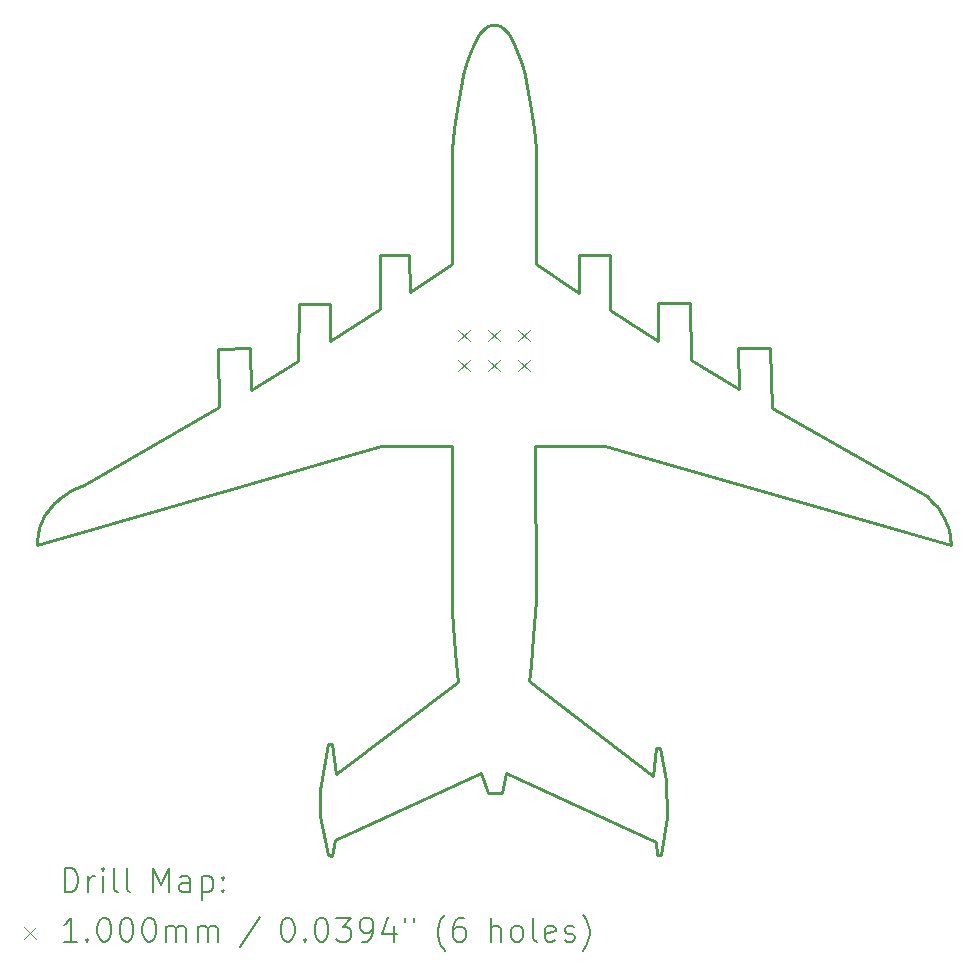
<source format=gbr>
%FSLAX45Y45*%
G04 Gerber Fmt 4.5, Leading zero omitted, Abs format (unit mm)*
G04 Created by KiCad (PCBNEW (6.99.0-2103-gdc6c27b686)) date 2022-06-22 12:37:14*
%MOMM*%
%LPD*%
G01*
G04 APERTURE LIST*
%TA.AperFunction,Profile*%
%ADD10C,0.264583*%
%TD*%
%ADD11C,0.200000*%
%ADD12C,0.100000*%
G04 APERTURE END LIST*
D10*
X12810316Y-9050129D02*
X9905683Y-9888379D01*
X12810316Y-9050129D02*
X12810316Y-9050129D01*
X13417421Y-9050129D02*
X12810316Y-9050129D01*
X13417421Y-9050129D02*
X13417421Y-9050129D01*
X13417421Y-10361809D02*
X13417421Y-9050129D01*
X13417421Y-10361809D02*
X13417421Y-10361809D01*
X13417525Y-10407136D02*
X13417421Y-10361809D01*
X13418776Y-10456811D02*
X13417525Y-10407136D01*
X13424079Y-10565193D02*
X13418776Y-10456811D01*
X13432058Y-10678927D02*
X13424079Y-10565193D01*
X13441441Y-10789985D02*
X13432058Y-10678927D01*
X13459325Y-10971960D02*
X13441441Y-10789985D01*
X13467549Y-11046890D02*
X13459325Y-10971960D01*
X13467549Y-11046890D02*
X13467549Y-11046890D01*
X12437142Y-11821088D02*
X13467549Y-11046890D01*
X12437142Y-11821088D02*
X12437142Y-11821088D01*
X12403724Y-11573233D02*
X12437142Y-11821088D01*
X12403724Y-11573233D02*
X12403724Y-11573233D01*
X12364735Y-11573233D02*
X12403724Y-11573233D01*
X12364735Y-11573233D02*
X12364735Y-11573233D01*
X12300683Y-11957547D02*
X12364735Y-11573233D01*
X12300683Y-11957547D02*
X12300683Y-11957547D01*
X12300683Y-12180338D02*
X12300683Y-11957547D01*
X12300683Y-12180338D02*
X12300683Y-12180338D01*
X12364735Y-12514524D02*
X12300683Y-12180338D01*
X12364735Y-12514524D02*
X12364735Y-12514524D01*
X12400939Y-12517308D02*
X12364735Y-12514524D01*
X12400939Y-12517308D02*
X12400939Y-12517308D01*
X12423218Y-12386419D02*
X12400939Y-12517308D01*
X12423218Y-12386419D02*
X12423218Y-12386419D01*
X13659706Y-11812734D02*
X12423218Y-12386419D01*
X13659706Y-11812734D02*
X13659706Y-11812734D01*
X13720973Y-11988182D02*
X13659706Y-11812734D01*
X13720973Y-11988182D02*
X13720973Y-11988182D01*
X13837938Y-11985397D02*
X13720973Y-11988182D01*
X13837938Y-11985397D02*
X13837938Y-11985397D01*
X13876927Y-11812734D02*
X13837938Y-11985397D01*
X13876927Y-11812734D02*
X13876927Y-11812734D01*
X15141264Y-12400344D02*
X13876927Y-11812734D01*
X15141264Y-12400344D02*
X15141264Y-12400344D01*
X15149618Y-12511739D02*
X15141264Y-12400344D01*
X15149618Y-12511739D02*
X15149618Y-12511739D01*
X15185822Y-12508954D02*
X15149618Y-12511739D01*
X15185822Y-12508954D02*
X15185822Y-12508954D01*
X15235950Y-12188693D02*
X15185822Y-12508954D01*
X15235950Y-12188693D02*
X15235950Y-12188693D01*
X15230380Y-11879570D02*
X15235950Y-12188693D01*
X15230380Y-11879570D02*
X15230380Y-11879570D01*
X15174682Y-11603867D02*
X15230380Y-11879570D01*
X15174682Y-11603867D02*
X15174682Y-11603867D01*
X15141264Y-11603867D02*
X15174682Y-11603867D01*
X15141264Y-11603867D02*
X15141264Y-11603867D01*
X15116200Y-11837798D02*
X15141264Y-11603867D01*
X15116200Y-11837798D02*
X15116200Y-11837798D01*
X14069084Y-11035751D02*
X15116200Y-11837798D01*
X14069084Y-11035751D02*
X14069084Y-11035751D01*
X14076394Y-10981647D02*
X14069084Y-11035751D01*
X14085271Y-10892721D02*
X14076394Y-10981647D01*
X14104591Y-10662229D02*
X14085271Y-10892721D01*
X14127566Y-10353454D02*
X14104591Y-10662229D01*
X14127566Y-10353454D02*
X14127566Y-10353454D01*
X14121997Y-9044559D02*
X14127566Y-10353454D01*
X14121997Y-9044559D02*
X14121997Y-9044559D01*
X14712392Y-9050129D02*
X14121997Y-9044559D01*
X14712392Y-9050129D02*
X14712392Y-9050129D01*
X17636520Y-9888379D02*
X14712392Y-9050129D01*
X17636520Y-9888379D02*
X17636520Y-9888379D01*
X17636427Y-9864646D02*
X17636520Y-9888379D01*
X17635155Y-9841497D02*
X17636427Y-9864646D01*
X17632781Y-9818940D02*
X17635155Y-9841497D01*
X17629384Y-9796989D02*
X17632781Y-9818940D01*
X17625040Y-9775653D02*
X17629384Y-9796989D01*
X17619827Y-9754945D02*
X17625040Y-9775653D01*
X17613823Y-9734875D02*
X17619827Y-9754945D01*
X17607105Y-9715455D02*
X17613823Y-9734875D01*
X17599750Y-9696695D02*
X17607105Y-9715455D01*
X17591837Y-9678608D02*
X17599750Y-9696695D01*
X17583442Y-9661204D02*
X17591837Y-9678608D01*
X17574644Y-9644495D02*
X17583442Y-9661204D01*
X17565519Y-9628491D02*
X17574644Y-9644495D01*
X17556145Y-9613204D02*
X17565519Y-9628491D01*
X17546600Y-9598645D02*
X17556145Y-9613204D01*
X17536961Y-9584826D02*
X17546600Y-9598645D01*
X17517711Y-9559451D02*
X17536961Y-9584826D01*
X17499017Y-9537168D02*
X17517711Y-9559451D01*
X17481497Y-9518066D02*
X17499017Y-9537168D01*
X17465772Y-9502237D02*
X17481497Y-9518066D01*
X17452462Y-9489769D02*
X17465772Y-9502237D01*
X17442188Y-9480752D02*
X17452462Y-9489769D01*
X17433224Y-9473431D02*
X17442188Y-9480752D01*
X17433224Y-9473431D02*
X17433224Y-9473431D01*
X16121543Y-8724297D02*
X17433224Y-9473431D01*
X16121543Y-8724297D02*
X16121543Y-8724297D01*
X16107619Y-8214663D02*
X16121543Y-8724297D01*
X16107619Y-8214663D02*
X16107619Y-8214663D01*
X15837485Y-8217448D02*
X16107619Y-8214663D01*
X15837485Y-8217448D02*
X15837485Y-8217448D01*
X15843055Y-8568343D02*
X15837485Y-8217448D01*
X15843055Y-8568343D02*
X15843055Y-8568343D01*
X15436461Y-8323273D02*
X15843055Y-8568343D01*
X15436461Y-8323273D02*
X15436461Y-8323273D01*
X15430892Y-7835919D02*
X15436461Y-8323273D01*
X15430892Y-7835919D02*
X15430892Y-7835919D01*
X15157973Y-7835919D02*
X15430892Y-7835919D01*
X15157973Y-7835919D02*
X15157973Y-7835919D01*
X15160758Y-8161750D02*
X15157973Y-7835919D01*
X15160758Y-8161750D02*
X15160758Y-8161750D01*
X14754165Y-7894401D02*
X15160758Y-8161750D01*
X14754165Y-7894401D02*
X14754165Y-7894401D01*
X14751380Y-7434895D02*
X14754165Y-7894401D01*
X14751380Y-7434895D02*
X14751380Y-7434895D01*
X14486816Y-7434895D02*
X14751380Y-7434895D01*
X14486816Y-7434895D02*
X14486816Y-7434895D01*
X14486816Y-7752372D02*
X14486816Y-7434895D01*
X14486816Y-7752372D02*
X14486816Y-7752372D01*
X14124781Y-7507302D02*
X14486816Y-7752372D01*
X14124781Y-7507302D02*
X14124781Y-7507302D01*
X14124781Y-6527023D02*
X14124781Y-7507302D01*
X14124781Y-6527023D02*
X14124781Y-6527023D01*
X14108289Y-6364238D02*
X14124781Y-6527023D01*
X14085570Y-6197324D02*
X14108289Y-6364238D01*
X14069977Y-6103153D02*
X14085570Y-6197324D01*
X14051330Y-6005902D02*
X14069977Y-6103153D01*
X14029451Y-5908618D02*
X14051330Y-6005902D01*
X14004166Y-5814348D02*
X14029451Y-5908618D01*
X13975299Y-5726141D02*
X14004166Y-5814348D01*
X13942675Y-5647043D02*
X13975299Y-5726141D01*
X13924900Y-5611863D02*
X13942675Y-5647043D01*
X13906119Y-5580102D02*
X13924900Y-5611863D01*
X13886311Y-5552142D02*
X13906119Y-5580102D01*
X13865455Y-5528365D02*
X13886311Y-5552142D01*
X13843527Y-5509150D02*
X13865455Y-5528365D01*
X13820507Y-5494879D02*
X13843527Y-5509150D01*
X13796372Y-5485932D02*
X13820507Y-5494879D01*
X13771100Y-5482692D02*
X13796372Y-5485932D01*
X13771100Y-5482692D02*
X13771100Y-5482692D01*
X13745821Y-5485450D02*
X13771100Y-5482692D01*
X13721663Y-5493992D02*
X13745821Y-5485450D01*
X13698605Y-5507932D02*
X13721663Y-5493992D01*
X13676627Y-5526885D02*
X13698605Y-5507932D01*
X13655707Y-5550467D02*
X13676627Y-5526885D01*
X13635825Y-5578291D02*
X13655707Y-5550467D01*
X13616960Y-5609973D02*
X13635825Y-5578291D01*
X13599090Y-5645129D02*
X13616960Y-5609973D01*
X13566256Y-5724319D02*
X13599090Y-5645129D01*
X13537154Y-5812782D02*
X13566256Y-5724319D01*
X13511618Y-5907437D02*
X13537154Y-5812782D01*
X13489479Y-6005205D02*
X13511618Y-5907437D01*
X13470572Y-6103006D02*
X13489479Y-6005205D01*
X13454728Y-6197759D02*
X13470572Y-6103006D01*
X13431563Y-6365804D02*
X13454728Y-6197759D01*
X13414636Y-6529808D02*
X13431563Y-6365804D01*
X13414636Y-6529808D02*
X13414636Y-6529808D01*
X13414636Y-7504517D02*
X13414636Y-6529808D01*
X13414636Y-7504517D02*
X13414636Y-7504517D01*
X13058171Y-7746802D02*
X13414636Y-7504517D01*
X13058171Y-7746802D02*
X13058171Y-7746802D01*
X13052601Y-7434895D02*
X13058171Y-7746802D01*
X13052601Y-7434895D02*
X13052601Y-7434895D01*
X12807531Y-7434895D02*
X13052601Y-7434895D01*
X12807531Y-7434895D02*
X12807531Y-7434895D01*
X12807531Y-7886046D02*
X12807531Y-7434895D01*
X12807531Y-7886046D02*
X12807531Y-7886046D01*
X12384229Y-8161750D02*
X12807531Y-7886046D01*
X12384229Y-8161750D02*
X12384229Y-8161750D01*
X12384229Y-7847058D02*
X12384229Y-8161750D01*
X12384229Y-7847058D02*
X12384229Y-7847058D01*
X12116880Y-7844273D02*
X12384229Y-7847058D01*
X12116880Y-7844273D02*
X12116880Y-7844273D01*
X12114095Y-8328843D02*
X12116880Y-7844273D01*
X12114095Y-8328843D02*
X12114095Y-8328843D01*
X11713072Y-8571128D02*
X12114095Y-8328843D01*
X11713072Y-8571128D02*
X11713072Y-8571128D01*
X11707502Y-8220233D02*
X11713072Y-8571128D01*
X11707502Y-8220233D02*
X11707502Y-8220233D01*
X11437369Y-8223018D02*
X11707502Y-8220233D01*
X11437369Y-8223018D02*
X11437369Y-8223018D01*
X11440154Y-8721512D02*
X11437369Y-8223018D01*
X11440154Y-8721512D02*
X11440154Y-8721512D01*
X10295566Y-9378745D02*
X11440154Y-8721512D01*
X10295566Y-9378745D02*
X10295566Y-9378745D01*
X10255244Y-9395888D02*
X10295566Y-9378745D01*
X10217758Y-9413840D02*
X10255244Y-9395888D01*
X10183005Y-9432512D02*
X10217758Y-9413840D01*
X10150883Y-9451815D02*
X10183005Y-9432512D01*
X10121290Y-9471661D02*
X10150883Y-9451815D01*
X10094124Y-9491961D02*
X10121290Y-9471661D01*
X10069284Y-9512626D02*
X10094124Y-9491961D01*
X10046667Y-9533567D02*
X10069284Y-9512626D01*
X10026172Y-9554696D02*
X10046667Y-9533567D01*
X10007695Y-9575924D02*
X10026172Y-9554696D01*
X9991136Y-9597161D02*
X10007695Y-9575924D01*
X9976393Y-9618321D02*
X9991136Y-9597161D01*
X9963362Y-9639313D02*
X9976393Y-9618321D01*
X9951943Y-9660049D02*
X9963362Y-9639313D01*
X9942034Y-9680441D02*
X9951943Y-9660049D01*
X9933532Y-9700399D02*
X9942034Y-9680441D01*
X9926335Y-9719835D02*
X9933532Y-9700399D01*
X9920341Y-9738660D02*
X9926335Y-9719835D01*
X9915449Y-9756785D02*
X9920341Y-9738660D01*
X9911557Y-9774122D02*
X9915449Y-9756785D01*
X9906363Y-9806076D02*
X9911557Y-9774122D01*
X9903942Y-9833812D02*
X9906363Y-9806076D01*
X9903480Y-9856620D02*
X9903942Y-9833812D01*
X9904160Y-9873791D02*
X9903480Y-9856620D01*
X9905683Y-9888379D02*
X9904160Y-9873791D01*
D11*
D12*
X13467500Y-8062500D02*
X13567500Y-8162500D01*
X13567500Y-8062500D02*
X13467500Y-8162500D01*
X13467500Y-8316500D02*
X13567500Y-8416500D01*
X13567500Y-8316500D02*
X13467500Y-8416500D01*
X13721500Y-8062500D02*
X13821500Y-8162500D01*
X13821500Y-8062500D02*
X13721500Y-8162500D01*
X13721500Y-8316500D02*
X13821500Y-8416500D01*
X13821500Y-8316500D02*
X13721500Y-8416500D01*
X13975500Y-8062500D02*
X14075500Y-8162500D01*
X14075500Y-8062500D02*
X13975500Y-8162500D01*
X13975500Y-8316500D02*
X14075500Y-8416500D01*
X14075500Y-8316500D02*
X13975500Y-8416500D01*
D11*
X10137870Y-12824014D02*
X10137870Y-12624014D01*
X10137870Y-12624014D02*
X10185489Y-12624014D01*
X10185489Y-12624014D02*
X10214060Y-12633538D01*
X10214060Y-12633538D02*
X10233108Y-12652585D01*
X10233108Y-12652585D02*
X10242632Y-12671633D01*
X10242632Y-12671633D02*
X10252155Y-12709728D01*
X10252155Y-12709728D02*
X10252155Y-12738299D01*
X10252155Y-12738299D02*
X10242632Y-12776395D01*
X10242632Y-12776395D02*
X10233108Y-12795442D01*
X10233108Y-12795442D02*
X10214060Y-12814490D01*
X10214060Y-12814490D02*
X10185489Y-12824014D01*
X10185489Y-12824014D02*
X10137870Y-12824014D01*
X10337870Y-12824014D02*
X10337870Y-12690680D01*
X10337870Y-12728776D02*
X10347393Y-12709728D01*
X10347393Y-12709728D02*
X10356917Y-12700204D01*
X10356917Y-12700204D02*
X10375965Y-12690680D01*
X10375965Y-12690680D02*
X10395013Y-12690680D01*
X10461679Y-12824014D02*
X10461679Y-12690680D01*
X10461679Y-12624014D02*
X10452155Y-12633538D01*
X10452155Y-12633538D02*
X10461679Y-12643061D01*
X10461679Y-12643061D02*
X10471203Y-12633538D01*
X10471203Y-12633538D02*
X10461679Y-12624014D01*
X10461679Y-12624014D02*
X10461679Y-12643061D01*
X10585489Y-12824014D02*
X10566441Y-12814490D01*
X10566441Y-12814490D02*
X10556917Y-12795442D01*
X10556917Y-12795442D02*
X10556917Y-12624014D01*
X10690251Y-12824014D02*
X10671203Y-12814490D01*
X10671203Y-12814490D02*
X10661679Y-12795442D01*
X10661679Y-12795442D02*
X10661679Y-12624014D01*
X10886441Y-12824014D02*
X10886441Y-12624014D01*
X10886441Y-12624014D02*
X10953108Y-12766871D01*
X10953108Y-12766871D02*
X11019774Y-12624014D01*
X11019774Y-12624014D02*
X11019774Y-12824014D01*
X11200727Y-12824014D02*
X11200727Y-12719252D01*
X11200727Y-12719252D02*
X11191203Y-12700204D01*
X11191203Y-12700204D02*
X11172155Y-12690680D01*
X11172155Y-12690680D02*
X11134060Y-12690680D01*
X11134060Y-12690680D02*
X11115012Y-12700204D01*
X11200727Y-12814490D02*
X11181679Y-12824014D01*
X11181679Y-12824014D02*
X11134060Y-12824014D01*
X11134060Y-12824014D02*
X11115012Y-12814490D01*
X11115012Y-12814490D02*
X11105489Y-12795442D01*
X11105489Y-12795442D02*
X11105489Y-12776395D01*
X11105489Y-12776395D02*
X11115012Y-12757347D01*
X11115012Y-12757347D02*
X11134060Y-12747823D01*
X11134060Y-12747823D02*
X11181679Y-12747823D01*
X11181679Y-12747823D02*
X11200727Y-12738299D01*
X11295965Y-12690680D02*
X11295965Y-12890680D01*
X11295965Y-12700204D02*
X11315012Y-12690680D01*
X11315012Y-12690680D02*
X11353108Y-12690680D01*
X11353108Y-12690680D02*
X11372155Y-12700204D01*
X11372155Y-12700204D02*
X11381679Y-12709728D01*
X11381679Y-12709728D02*
X11391203Y-12728776D01*
X11391203Y-12728776D02*
X11391203Y-12785918D01*
X11391203Y-12785918D02*
X11381679Y-12804966D01*
X11381679Y-12804966D02*
X11372155Y-12814490D01*
X11372155Y-12814490D02*
X11353108Y-12824014D01*
X11353108Y-12824014D02*
X11315012Y-12824014D01*
X11315012Y-12824014D02*
X11295965Y-12814490D01*
X11476917Y-12804966D02*
X11486441Y-12814490D01*
X11486441Y-12814490D02*
X11476917Y-12824014D01*
X11476917Y-12824014D02*
X11467393Y-12814490D01*
X11467393Y-12814490D02*
X11476917Y-12804966D01*
X11476917Y-12804966D02*
X11476917Y-12824014D01*
X11476917Y-12700204D02*
X11486441Y-12709728D01*
X11486441Y-12709728D02*
X11476917Y-12719252D01*
X11476917Y-12719252D02*
X11467393Y-12709728D01*
X11467393Y-12709728D02*
X11476917Y-12700204D01*
X11476917Y-12700204D02*
X11476917Y-12719252D01*
D12*
X9790251Y-13120538D02*
X9890251Y-13220538D01*
X9890251Y-13120538D02*
X9790251Y-13220538D01*
D11*
X10242632Y-13244014D02*
X10128346Y-13244014D01*
X10185489Y-13244014D02*
X10185489Y-13044014D01*
X10185489Y-13044014D02*
X10166441Y-13072585D01*
X10166441Y-13072585D02*
X10147393Y-13091633D01*
X10147393Y-13091633D02*
X10128346Y-13101157D01*
X10328346Y-13224966D02*
X10337870Y-13234490D01*
X10337870Y-13234490D02*
X10328346Y-13244014D01*
X10328346Y-13244014D02*
X10318822Y-13234490D01*
X10318822Y-13234490D02*
X10328346Y-13224966D01*
X10328346Y-13224966D02*
X10328346Y-13244014D01*
X10461679Y-13044014D02*
X10480727Y-13044014D01*
X10480727Y-13044014D02*
X10499774Y-13053538D01*
X10499774Y-13053538D02*
X10509298Y-13063061D01*
X10509298Y-13063061D02*
X10518822Y-13082109D01*
X10518822Y-13082109D02*
X10528346Y-13120204D01*
X10528346Y-13120204D02*
X10528346Y-13167823D01*
X10528346Y-13167823D02*
X10518822Y-13205918D01*
X10518822Y-13205918D02*
X10509298Y-13224966D01*
X10509298Y-13224966D02*
X10499774Y-13234490D01*
X10499774Y-13234490D02*
X10480727Y-13244014D01*
X10480727Y-13244014D02*
X10461679Y-13244014D01*
X10461679Y-13244014D02*
X10442632Y-13234490D01*
X10442632Y-13234490D02*
X10433108Y-13224966D01*
X10433108Y-13224966D02*
X10423584Y-13205918D01*
X10423584Y-13205918D02*
X10414060Y-13167823D01*
X10414060Y-13167823D02*
X10414060Y-13120204D01*
X10414060Y-13120204D02*
X10423584Y-13082109D01*
X10423584Y-13082109D02*
X10433108Y-13063061D01*
X10433108Y-13063061D02*
X10442632Y-13053538D01*
X10442632Y-13053538D02*
X10461679Y-13044014D01*
X10652155Y-13044014D02*
X10671203Y-13044014D01*
X10671203Y-13044014D02*
X10690251Y-13053538D01*
X10690251Y-13053538D02*
X10699774Y-13063061D01*
X10699774Y-13063061D02*
X10709298Y-13082109D01*
X10709298Y-13082109D02*
X10718822Y-13120204D01*
X10718822Y-13120204D02*
X10718822Y-13167823D01*
X10718822Y-13167823D02*
X10709298Y-13205918D01*
X10709298Y-13205918D02*
X10699774Y-13224966D01*
X10699774Y-13224966D02*
X10690251Y-13234490D01*
X10690251Y-13234490D02*
X10671203Y-13244014D01*
X10671203Y-13244014D02*
X10652155Y-13244014D01*
X10652155Y-13244014D02*
X10633108Y-13234490D01*
X10633108Y-13234490D02*
X10623584Y-13224966D01*
X10623584Y-13224966D02*
X10614060Y-13205918D01*
X10614060Y-13205918D02*
X10604536Y-13167823D01*
X10604536Y-13167823D02*
X10604536Y-13120204D01*
X10604536Y-13120204D02*
X10614060Y-13082109D01*
X10614060Y-13082109D02*
X10623584Y-13063061D01*
X10623584Y-13063061D02*
X10633108Y-13053538D01*
X10633108Y-13053538D02*
X10652155Y-13044014D01*
X10842632Y-13044014D02*
X10861679Y-13044014D01*
X10861679Y-13044014D02*
X10880727Y-13053538D01*
X10880727Y-13053538D02*
X10890251Y-13063061D01*
X10890251Y-13063061D02*
X10899774Y-13082109D01*
X10899774Y-13082109D02*
X10909298Y-13120204D01*
X10909298Y-13120204D02*
X10909298Y-13167823D01*
X10909298Y-13167823D02*
X10899774Y-13205918D01*
X10899774Y-13205918D02*
X10890251Y-13224966D01*
X10890251Y-13224966D02*
X10880727Y-13234490D01*
X10880727Y-13234490D02*
X10861679Y-13244014D01*
X10861679Y-13244014D02*
X10842632Y-13244014D01*
X10842632Y-13244014D02*
X10823584Y-13234490D01*
X10823584Y-13234490D02*
X10814060Y-13224966D01*
X10814060Y-13224966D02*
X10804536Y-13205918D01*
X10804536Y-13205918D02*
X10795013Y-13167823D01*
X10795013Y-13167823D02*
X10795013Y-13120204D01*
X10795013Y-13120204D02*
X10804536Y-13082109D01*
X10804536Y-13082109D02*
X10814060Y-13063061D01*
X10814060Y-13063061D02*
X10823584Y-13053538D01*
X10823584Y-13053538D02*
X10842632Y-13044014D01*
X10995013Y-13244014D02*
X10995013Y-13110680D01*
X10995013Y-13129728D02*
X11004536Y-13120204D01*
X11004536Y-13120204D02*
X11023584Y-13110680D01*
X11023584Y-13110680D02*
X11052155Y-13110680D01*
X11052155Y-13110680D02*
X11071203Y-13120204D01*
X11071203Y-13120204D02*
X11080727Y-13139252D01*
X11080727Y-13139252D02*
X11080727Y-13244014D01*
X11080727Y-13139252D02*
X11090251Y-13120204D01*
X11090251Y-13120204D02*
X11109298Y-13110680D01*
X11109298Y-13110680D02*
X11137870Y-13110680D01*
X11137870Y-13110680D02*
X11156917Y-13120204D01*
X11156917Y-13120204D02*
X11166441Y-13139252D01*
X11166441Y-13139252D02*
X11166441Y-13244014D01*
X11261679Y-13244014D02*
X11261679Y-13110680D01*
X11261679Y-13129728D02*
X11271203Y-13120204D01*
X11271203Y-13120204D02*
X11290251Y-13110680D01*
X11290251Y-13110680D02*
X11318822Y-13110680D01*
X11318822Y-13110680D02*
X11337870Y-13120204D01*
X11337870Y-13120204D02*
X11347393Y-13139252D01*
X11347393Y-13139252D02*
X11347393Y-13244014D01*
X11347393Y-13139252D02*
X11356917Y-13120204D01*
X11356917Y-13120204D02*
X11375965Y-13110680D01*
X11375965Y-13110680D02*
X11404536Y-13110680D01*
X11404536Y-13110680D02*
X11423584Y-13120204D01*
X11423584Y-13120204D02*
X11433108Y-13139252D01*
X11433108Y-13139252D02*
X11433108Y-13244014D01*
X11791203Y-13034490D02*
X11619774Y-13291633D01*
X12015965Y-13044014D02*
X12035013Y-13044014D01*
X12035013Y-13044014D02*
X12054060Y-13053538D01*
X12054060Y-13053538D02*
X12063584Y-13063061D01*
X12063584Y-13063061D02*
X12073108Y-13082109D01*
X12073108Y-13082109D02*
X12082632Y-13120204D01*
X12082632Y-13120204D02*
X12082632Y-13167823D01*
X12082632Y-13167823D02*
X12073108Y-13205918D01*
X12073108Y-13205918D02*
X12063584Y-13224966D01*
X12063584Y-13224966D02*
X12054060Y-13234490D01*
X12054060Y-13234490D02*
X12035013Y-13244014D01*
X12035013Y-13244014D02*
X12015965Y-13244014D01*
X12015965Y-13244014D02*
X11996917Y-13234490D01*
X11996917Y-13234490D02*
X11987393Y-13224966D01*
X11987393Y-13224966D02*
X11977870Y-13205918D01*
X11977870Y-13205918D02*
X11968346Y-13167823D01*
X11968346Y-13167823D02*
X11968346Y-13120204D01*
X11968346Y-13120204D02*
X11977870Y-13082109D01*
X11977870Y-13082109D02*
X11987393Y-13063061D01*
X11987393Y-13063061D02*
X11996917Y-13053538D01*
X11996917Y-13053538D02*
X12015965Y-13044014D01*
X12168346Y-13224966D02*
X12177870Y-13234490D01*
X12177870Y-13234490D02*
X12168346Y-13244014D01*
X12168346Y-13244014D02*
X12158822Y-13234490D01*
X12158822Y-13234490D02*
X12168346Y-13224966D01*
X12168346Y-13224966D02*
X12168346Y-13244014D01*
X12301679Y-13044014D02*
X12320727Y-13044014D01*
X12320727Y-13044014D02*
X12339774Y-13053538D01*
X12339774Y-13053538D02*
X12349298Y-13063061D01*
X12349298Y-13063061D02*
X12358822Y-13082109D01*
X12358822Y-13082109D02*
X12368346Y-13120204D01*
X12368346Y-13120204D02*
X12368346Y-13167823D01*
X12368346Y-13167823D02*
X12358822Y-13205918D01*
X12358822Y-13205918D02*
X12349298Y-13224966D01*
X12349298Y-13224966D02*
X12339774Y-13234490D01*
X12339774Y-13234490D02*
X12320727Y-13244014D01*
X12320727Y-13244014D02*
X12301679Y-13244014D01*
X12301679Y-13244014D02*
X12282632Y-13234490D01*
X12282632Y-13234490D02*
X12273108Y-13224966D01*
X12273108Y-13224966D02*
X12263584Y-13205918D01*
X12263584Y-13205918D02*
X12254060Y-13167823D01*
X12254060Y-13167823D02*
X12254060Y-13120204D01*
X12254060Y-13120204D02*
X12263584Y-13082109D01*
X12263584Y-13082109D02*
X12273108Y-13063061D01*
X12273108Y-13063061D02*
X12282632Y-13053538D01*
X12282632Y-13053538D02*
X12301679Y-13044014D01*
X12435013Y-13044014D02*
X12558822Y-13044014D01*
X12558822Y-13044014D02*
X12492155Y-13120204D01*
X12492155Y-13120204D02*
X12520727Y-13120204D01*
X12520727Y-13120204D02*
X12539774Y-13129728D01*
X12539774Y-13129728D02*
X12549298Y-13139252D01*
X12549298Y-13139252D02*
X12558822Y-13158299D01*
X12558822Y-13158299D02*
X12558822Y-13205918D01*
X12558822Y-13205918D02*
X12549298Y-13224966D01*
X12549298Y-13224966D02*
X12539774Y-13234490D01*
X12539774Y-13234490D02*
X12520727Y-13244014D01*
X12520727Y-13244014D02*
X12463584Y-13244014D01*
X12463584Y-13244014D02*
X12444536Y-13234490D01*
X12444536Y-13234490D02*
X12435013Y-13224966D01*
X12654060Y-13244014D02*
X12692155Y-13244014D01*
X12692155Y-13244014D02*
X12711203Y-13234490D01*
X12711203Y-13234490D02*
X12720727Y-13224966D01*
X12720727Y-13224966D02*
X12739774Y-13196395D01*
X12739774Y-13196395D02*
X12749298Y-13158299D01*
X12749298Y-13158299D02*
X12749298Y-13082109D01*
X12749298Y-13082109D02*
X12739774Y-13063061D01*
X12739774Y-13063061D02*
X12730251Y-13053538D01*
X12730251Y-13053538D02*
X12711203Y-13044014D01*
X12711203Y-13044014D02*
X12673108Y-13044014D01*
X12673108Y-13044014D02*
X12654060Y-13053538D01*
X12654060Y-13053538D02*
X12644536Y-13063061D01*
X12644536Y-13063061D02*
X12635013Y-13082109D01*
X12635013Y-13082109D02*
X12635013Y-13129728D01*
X12635013Y-13129728D02*
X12644536Y-13148776D01*
X12644536Y-13148776D02*
X12654060Y-13158299D01*
X12654060Y-13158299D02*
X12673108Y-13167823D01*
X12673108Y-13167823D02*
X12711203Y-13167823D01*
X12711203Y-13167823D02*
X12730251Y-13158299D01*
X12730251Y-13158299D02*
X12739774Y-13148776D01*
X12739774Y-13148776D02*
X12749298Y-13129728D01*
X12920727Y-13110680D02*
X12920727Y-13244014D01*
X12873108Y-13034490D02*
X12825489Y-13177347D01*
X12825489Y-13177347D02*
X12949298Y-13177347D01*
X13015965Y-13044014D02*
X13015965Y-13082109D01*
X13092155Y-13044014D02*
X13092155Y-13082109D01*
X13355013Y-13320204D02*
X13345489Y-13310680D01*
X13345489Y-13310680D02*
X13326441Y-13282109D01*
X13326441Y-13282109D02*
X13316917Y-13263061D01*
X13316917Y-13263061D02*
X13307394Y-13234490D01*
X13307394Y-13234490D02*
X13297870Y-13186871D01*
X13297870Y-13186871D02*
X13297870Y-13148776D01*
X13297870Y-13148776D02*
X13307394Y-13101157D01*
X13307394Y-13101157D02*
X13316917Y-13072585D01*
X13316917Y-13072585D02*
X13326441Y-13053538D01*
X13326441Y-13053538D02*
X13345489Y-13024966D01*
X13345489Y-13024966D02*
X13355013Y-13015442D01*
X13516917Y-13044014D02*
X13478822Y-13044014D01*
X13478822Y-13044014D02*
X13459774Y-13053538D01*
X13459774Y-13053538D02*
X13450251Y-13063061D01*
X13450251Y-13063061D02*
X13431203Y-13091633D01*
X13431203Y-13091633D02*
X13421679Y-13129728D01*
X13421679Y-13129728D02*
X13421679Y-13205918D01*
X13421679Y-13205918D02*
X13431203Y-13224966D01*
X13431203Y-13224966D02*
X13440727Y-13234490D01*
X13440727Y-13234490D02*
X13459774Y-13244014D01*
X13459774Y-13244014D02*
X13497870Y-13244014D01*
X13497870Y-13244014D02*
X13516917Y-13234490D01*
X13516917Y-13234490D02*
X13526441Y-13224966D01*
X13526441Y-13224966D02*
X13535965Y-13205918D01*
X13535965Y-13205918D02*
X13535965Y-13158299D01*
X13535965Y-13158299D02*
X13526441Y-13139252D01*
X13526441Y-13139252D02*
X13516917Y-13129728D01*
X13516917Y-13129728D02*
X13497870Y-13120204D01*
X13497870Y-13120204D02*
X13459774Y-13120204D01*
X13459774Y-13120204D02*
X13440727Y-13129728D01*
X13440727Y-13129728D02*
X13431203Y-13139252D01*
X13431203Y-13139252D02*
X13421679Y-13158299D01*
X13741679Y-13244014D02*
X13741679Y-13044014D01*
X13827394Y-13244014D02*
X13827394Y-13139252D01*
X13827394Y-13139252D02*
X13817870Y-13120204D01*
X13817870Y-13120204D02*
X13798822Y-13110680D01*
X13798822Y-13110680D02*
X13770251Y-13110680D01*
X13770251Y-13110680D02*
X13751203Y-13120204D01*
X13751203Y-13120204D02*
X13741679Y-13129728D01*
X13951203Y-13244014D02*
X13932155Y-13234490D01*
X13932155Y-13234490D02*
X13922632Y-13224966D01*
X13922632Y-13224966D02*
X13913108Y-13205918D01*
X13913108Y-13205918D02*
X13913108Y-13148776D01*
X13913108Y-13148776D02*
X13922632Y-13129728D01*
X13922632Y-13129728D02*
X13932155Y-13120204D01*
X13932155Y-13120204D02*
X13951203Y-13110680D01*
X13951203Y-13110680D02*
X13979775Y-13110680D01*
X13979775Y-13110680D02*
X13998822Y-13120204D01*
X13998822Y-13120204D02*
X14008346Y-13129728D01*
X14008346Y-13129728D02*
X14017870Y-13148776D01*
X14017870Y-13148776D02*
X14017870Y-13205918D01*
X14017870Y-13205918D02*
X14008346Y-13224966D01*
X14008346Y-13224966D02*
X13998822Y-13234490D01*
X13998822Y-13234490D02*
X13979775Y-13244014D01*
X13979775Y-13244014D02*
X13951203Y-13244014D01*
X14132155Y-13244014D02*
X14113108Y-13234490D01*
X14113108Y-13234490D02*
X14103584Y-13215442D01*
X14103584Y-13215442D02*
X14103584Y-13044014D01*
X14284536Y-13234490D02*
X14265489Y-13244014D01*
X14265489Y-13244014D02*
X14227394Y-13244014D01*
X14227394Y-13244014D02*
X14208346Y-13234490D01*
X14208346Y-13234490D02*
X14198822Y-13215442D01*
X14198822Y-13215442D02*
X14198822Y-13139252D01*
X14198822Y-13139252D02*
X14208346Y-13120204D01*
X14208346Y-13120204D02*
X14227394Y-13110680D01*
X14227394Y-13110680D02*
X14265489Y-13110680D01*
X14265489Y-13110680D02*
X14284536Y-13120204D01*
X14284536Y-13120204D02*
X14294060Y-13139252D01*
X14294060Y-13139252D02*
X14294060Y-13158299D01*
X14294060Y-13158299D02*
X14198822Y-13177347D01*
X14370251Y-13234490D02*
X14389298Y-13244014D01*
X14389298Y-13244014D02*
X14427394Y-13244014D01*
X14427394Y-13244014D02*
X14446441Y-13234490D01*
X14446441Y-13234490D02*
X14455965Y-13215442D01*
X14455965Y-13215442D02*
X14455965Y-13205918D01*
X14455965Y-13205918D02*
X14446441Y-13186871D01*
X14446441Y-13186871D02*
X14427394Y-13177347D01*
X14427394Y-13177347D02*
X14398822Y-13177347D01*
X14398822Y-13177347D02*
X14379775Y-13167823D01*
X14379775Y-13167823D02*
X14370251Y-13148776D01*
X14370251Y-13148776D02*
X14370251Y-13139252D01*
X14370251Y-13139252D02*
X14379775Y-13120204D01*
X14379775Y-13120204D02*
X14398822Y-13110680D01*
X14398822Y-13110680D02*
X14427394Y-13110680D01*
X14427394Y-13110680D02*
X14446441Y-13120204D01*
X14522632Y-13320204D02*
X14532156Y-13310680D01*
X14532156Y-13310680D02*
X14551203Y-13282109D01*
X14551203Y-13282109D02*
X14560727Y-13263061D01*
X14560727Y-13263061D02*
X14570251Y-13234490D01*
X14570251Y-13234490D02*
X14579775Y-13186871D01*
X14579775Y-13186871D02*
X14579775Y-13148776D01*
X14579775Y-13148776D02*
X14570251Y-13101157D01*
X14570251Y-13101157D02*
X14560727Y-13072585D01*
X14560727Y-13072585D02*
X14551203Y-13053538D01*
X14551203Y-13053538D02*
X14532156Y-13024966D01*
X14532156Y-13024966D02*
X14522632Y-13015442D01*
M02*

</source>
